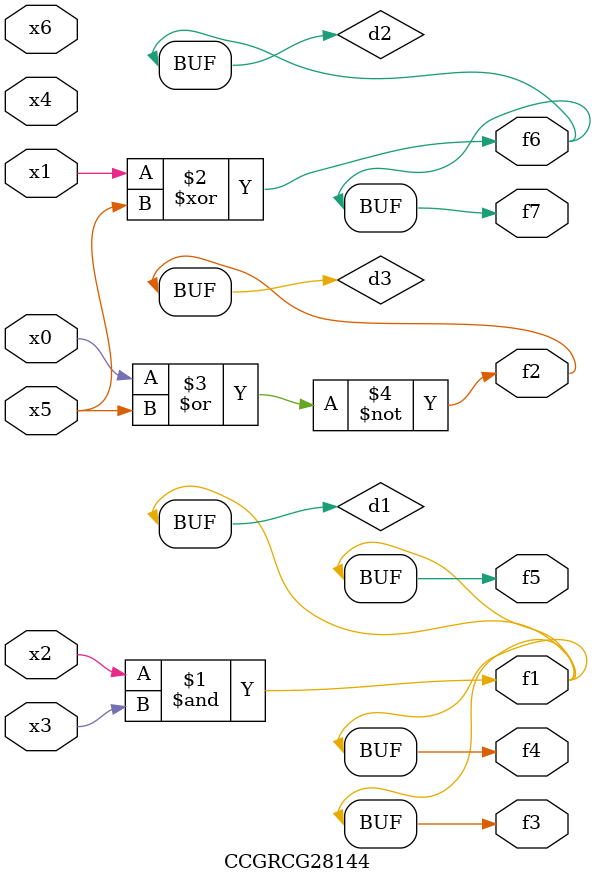
<source format=v>
module CCGRCG28144(
	input x0, x1, x2, x3, x4, x5, x6,
	output f1, f2, f3, f4, f5, f6, f7
);

	wire d1, d2, d3;

	and (d1, x2, x3);
	xor (d2, x1, x5);
	nor (d3, x0, x5);
	assign f1 = d1;
	assign f2 = d3;
	assign f3 = d1;
	assign f4 = d1;
	assign f5 = d1;
	assign f6 = d2;
	assign f7 = d2;
endmodule

</source>
